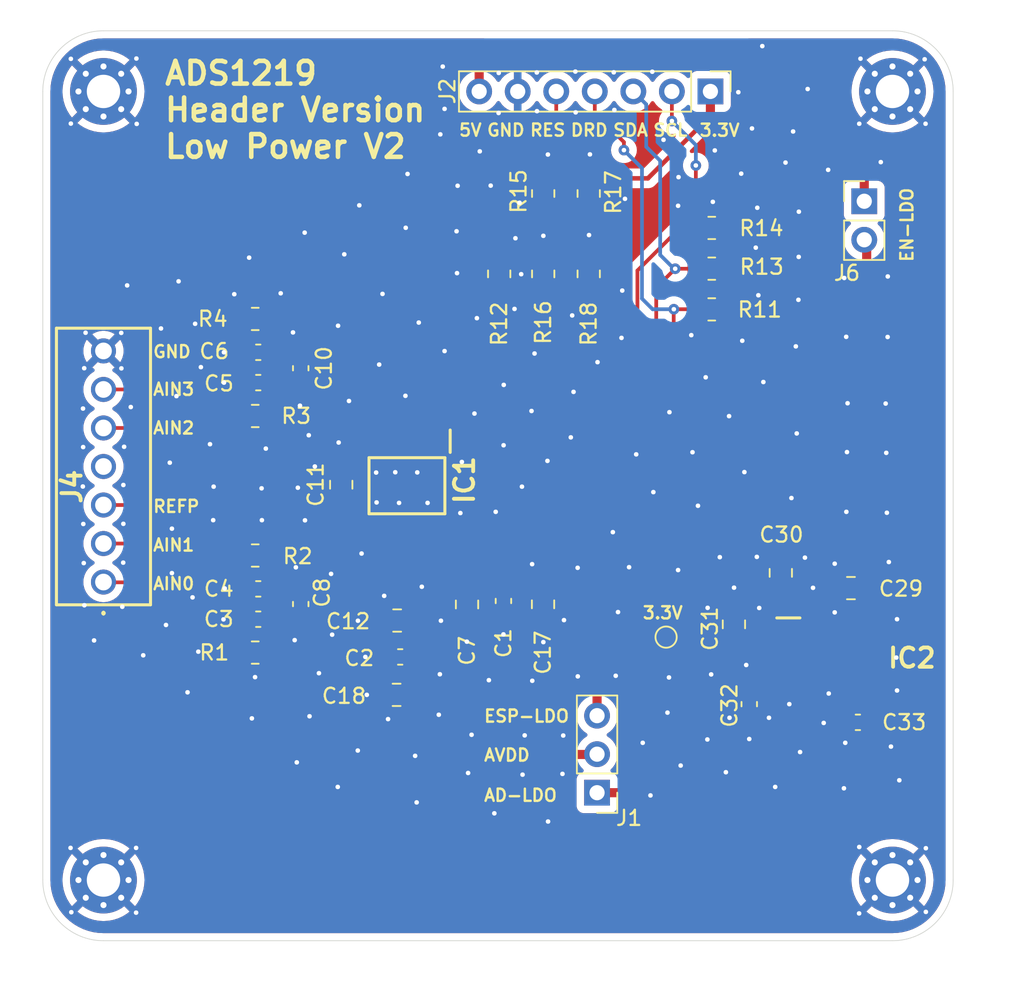
<source format=kicad_pcb>
(kicad_pcb (version 20240108) (generator "pcbnew") (generator_version "8.0")
  (layers (0 "F.Cu" signal) (1 "In1.Cu" signal) (2 "In2.Cu" signal) (31 "B.Cu" signal) (34 "B.Paste" user) (35 "F.Paste" user) (36 "B.SilkS" user "B.Silkscreen") (37 "F.SilkS" user "F.Silkscreen") (38 "B.Mask" user) (39 "F.Mask" user) (44 "Edge.Cuts" user))
  (net 0 "")
  (net 1 "/DVDD")
  (net 2 "GND")
  (net 3 "/AVDD")
  (net 4 "/AIN0")
  (net 5 "/A0")
  (net 6 "/A1")
  (net 7 "/AIN1")
  (net 8 "/AIN2")
  (net 9 "/AIN3")
  (net 10 "Net-(IC2-EN)")
  (net 11 "/REFP")
  (net 12 "+5VA")
  (net 13 "Net-(IC2-VREG)")
  (net 14 "Net-(IC2-BYP)")
  (net 15 "/RESET")
  (net 16 "/DRDY")
  (net 17 "+3.3V")
  (net 18 "Net-(IC2-REF)")
  (net 19 "/SCL")
  (net 20 "/SDA")
  (net 21 "Net-(J4-Pad2)")
  (net 22 "Net-(J4-Pad5)")
  (net 23 "Net-(J4-Pad6)")
  (net 24 "Net-(J4-Pad1)")
  (footprint "Resistor_SMD:R_0805_2012Metric_Pad1.20x1.40mm_HandSolder" (layer "F.Cu") (at 112.98 82.73 -90)
    (property "Reference" "R15")
    (property "Value" "10k")
  )
  (footprint "Capacitor_SMD:C_0805_2012Metric_Pad1.18x1.45mm_HandSolder" (layer "F.Cu") (at 128.64 107.7425 90)
    (property "Reference" "C30")
    (property "Value" "10uF, 25V")
  )
  (footprint "Resistor_SMD:R_0805_2012Metric_Pad1.20x1.40mm_HandSolder" (layer "F.Cu") (at 94 97.4 180)
    (property "Reference" "R3")
    (property "Value" "1k")
  )
  (footprint "1725708:1725708" (layer "F.Cu") (at 84 108.35 90)
    (property "Reference" "J4")
    (property "Value" "1725708" (hide yes))
  )
  (footprint "Resistor_SMD:R_0805_2012Metric_Pad1.20x1.40mm_HandSolder" (layer "F.Cu") (at 124.09 90.37 180)
    (property "Reference" "R11")
    (property "Value" "10k")
  )
  (footprint "Capacitor_SMD:C_0805_2012Metric_Pad1.18x1.45mm_HandSolder" (layer "F.Cu") (at 107.96 109.8275 -90)
    (property "Reference" "C7")
    (property "Value" "0.1uF, 10V")
  )
  (footprint "Resistor_SMD:R_0805_2012Metric_Pad1.20x1.40mm_HandSolder" (layer "F.Cu") (at 110.08 88.03 -90)
    (property "Reference" "R12")
    (property "Value" "10k")
  )
  (footprint "MountingHole:MountingHole_2.2mm_M2_Pad_Via" (layer "F.Cu") (at 136 76)
    (property "Reference" "H2" (hide yes))
    (property "Value" "MountingHole_Pad" (hide yes))
  )
  (footprint "Resistor_SMD:R_0805_2012Metric_Pad1.20x1.40mm_HandSolder" (layer "F.Cu") (at 115.98 82.73 -90)
    (property "Reference" "R17")
    (property "Value" "10k")
  )
  (footprint "Resistor_SMD:R_0805_2012Metric_Pad1.20x1.40mm_HandSolder" (layer "F.Cu") (at 112.98 88.03 90)
    (property "Reference" "R16")
    (property "Value" "10k")
  )
  (footprint "Connector_PinHeader_2.54mm:PinHeader_1x07_P2.54mm_Vertical" (layer "F.Cu") (at 124 76 -90)
    (property "Reference" "J2")
    (property "Value" "Conn_01x07")
  )
  (footprint "Capacitor_SMD:C_0603_1608Metric_Pad1.08x0.95mm_HandSolder" (layer "F.Cu") (at 97 109.8 -90)
    (property "Reference" "C8")
    (property "Value" "0.01uF, 10V")
  )
  (footprint "Capacitor_SMD:C_0603_1608Metric_Pad1.08x0.95mm_HandSolder" (layer "F.Cu") (at 94.2 95.2 180)
    (property "Reference" "C5")
    (property "Value" "0.01uF, 10V")
  )
  (footprint "Capacitor_SMD:C_0805_2012Metric_Pad1.18x1.45mm_HandSolder" (layer "F.Cu") (at 112.97 109.8175 -90)
    (property "Reference" "C17")
    (property "Value" "10uF, 25V")
  )
  (footprint "Resistor_SMD:R_0805_2012Metric_Pad1.20x1.40mm_HandSolder" (layer "F.Cu") (at 115.98 88.03 90)
    (property "Reference" "R18")
    (property "Value" "10k")
  )
  (footprint "Capacitor_SMD:C_0805_2012Metric_Pad1.18x1.45mm_HandSolder" (layer "F.Cu") (at 103.3175 115.7875 180)
    (property "Reference" "C18")
    (property "Value" "10uF, 25V")
  )
  (footprint "Resistor_SMD:R_0805_2012Metric_Pad1.20x1.40mm_HandSolder" (layer "F.Cu") (at 124.09 87.685 180)
    (property "Reference" "R13")
    (property "Value" "1k")
  )
  (footprint "Resistor_SMD:R_0805_2012Metric_Pad1.20x1.40mm_HandSolder" (layer "F.Cu") (at 124.09 85 180)
    (property "Reference" "R14")
    (property "Value" "1k")
  )
  (footprint "Capacitor_SMD:C_0603_1608Metric_Pad1.08x0.95mm_HandSolder" (layer "F.Cu") (at 94.2 108.8 180)
    (property "Reference" "C4")
    (property "Value" "0.01uF, 10V")
  )
  (footprint "Resistor_SMD:R_0805_2012Metric_Pad1.20x1.40mm_HandSolder" (layer "F.Cu") (at 94 106.6 180)
    (property "Reference" "R2")
    (property "Value" "1k")
  )
  (footprint "Capacitor_SMD:C_0603_1608Metric_Pad1.08x0.95mm_HandSolder" (layer "F.Cu") (at 110.36 109.5975 -90)
    (property "Reference" "C1")
    (property "Value" "1uF, 25V")
  )
  (footprint "Connector_PinHeader_2.54mm:PinHeader_1x02_P2.54mm_Vertical" (layer "F.Cu") (at 134.14 83.24)
    (property "Reference" "J6")
    (property "Value" "Conn_01x02")
  )
  (footprint "Capacitor_SMD:C_0603_1608Metric_Pad1.08x0.95mm_HandSolder" (layer "F.Cu") (at 94.2 93.2 180)
    (property "Reference" "C6")
    (property "Value" "0.01uF, 10V")
  )
  (footprint "Capacitor_SMD:C_0603_1608Metric_Pad1.08x0.95mm_HandSolder" (layer "F.Cu") (at 97 94.25 -90)
    (property "Reference" "C10")
    (property "Value" "0.01uF, 10V")
  )
  (footprint "Resistor_SMD:R_0805_2012Metric_Pad1.20x1.40mm_HandSolder" (layer "F.Cu") (at 94 113 180)
    (property "Reference" "R1")
    (property "Value" "1k")
  )
  (footprint "Capacitor_SMD:C_0603_1608Metric_Pad1.08x0.95mm_HandSolder" (layer "F.Cu") (at 133.72 117.6 180)
    (property "Reference" "C33")
    (property "Value" "1uF, 25V")
  )
  (footprint "Connector_PinHeader_2.54mm:PinHeader_1x03_P2.54mm_Vertical" (layer "F.Cu") (at 116.53 122.24 180)
    (property "Reference" "J1")
    (property "Value" "Conn_01x03")
  )
  (footprint "MountingHole:MountingHole_2.2mm_M2_Pad_Via" (layer "F.Cu") (at 84 76)
    (property "Reference" "H1" (hide yes))
    (property "Value" "MountingHole_Pad" (hide yes))
  )
  (footprint "Capacitor_SMD:C_0805_2012Metric_Pad1.18x1.45mm_HandSolder" (layer "F.Cu") (at 103.355 110.8875 180)
    (property "Reference" "C12")
    (property "Value" "0.1uF, 10V")
  )
  (footprint "ADM7150ARDZ-3_3-R7:SOIC127P600X175-9N" (layer "F.Cu") (at 131.8505 113.295)
    (property "Reference" "IC2")
    (property "Value" "ADM7150ARDZ-3.3-R7" (hide yes))
  )
  (footprint "Capacitor_SMD:C_0805_2012Metric_Pad1.18x1.45mm_HandSolder" (layer "F.Cu") (at 133.2625 108.75 180)
    (property "Reference" "C29")
    (property "Value" "10uF, 25V")
  )
  (footprint "TestPoint:TestPoint_Pad_D1.0mm" (layer "F.Cu") (at 121.08 111.98)
    (property "Reference" "TP1" (hide yes))
    (property "Value" "TestPoint")
  )
  (footprint "MountingHole:MountingHole_2.2mm_M2_Pad_Via" (layer "F.Cu") (at 136 128)
    (property "Reference" "H3" (hide yes))
    (property "Value" "MountingHole_Pad" (hide yes))
  )
  (footprint "Resistor_SMD:R_0805_2012Metric_Pad1.20x1.40mm_HandSolder" (layer "F.Cu") (at 94 91 180)
    (property "Reference" "R4")
    (property "Value" "1k")
  )
  (footprint "Capacitor_SMD:C_0603_1608Metric_Pad1.08x0.95mm_HandSolder" (layer "F.Cu") (at 103.555 113.2875 180)
    (property "Reference" "C2")
    (property "Value" "1uF, 25V")
  )
  (footprint "ADS1219IPW:SOP65P640X120-16N" (layer "F.Cu") (at 104 102 -90)
    (property "Reference" "IC1")
    (property "Value" "ADS1219IPW" (hide yes))
  )
  (footprint "Capacitor_SMD:C_0805_2012Metric_Pad1.18x1.45mm_HandSolder" (layer "F.Cu") (at 125.55 111.1375 90)
    (property "Reference" "C31")
    (property "Value" "10uF, 25V")
  )
  (footprint "MountingHole:MountingHole_2.2mm_M2_Pad_Via" (layer "F.Cu") (at 84 128)
    (property "Reference" "H4" (hide yes))
    (property "Value" "MountingHole_Pad" (hide yes))
  )
  (footprint "Capacitor_SMD:C_0603_1608Metric_Pad1.08x0.95mm_HandSolder" (layer "F.Cu") (at 94.2 110.8 180)
    (property "Reference" "C3")
    (property "Value" "0.01uF, 10V")
  )
  (footprint "Capacitor_SMD:C_0805_2012Metric_Pad1.18x1.45mm_HandSolder" (layer "F.Cu") (at 99.67 101.93 90)
    (property "Reference" "C11")
    (property "Value" "0.1uF, 10V")
  )
  (footprint "Capacitor_SMD:C_0603_1608Metric_Pad1.08x0.95mm_HandSolder" (layer "F.Cu") (at 126.56 116.4 -90)
    (property "Reference" "C32")
    (property "Value" "1uF, 25V")
  )
  (gr_rect (start 128.48 114.98) (end 132.96 118.72) (stroke (width 0.2)) (fill solid) (layer "F.Cu") (net 2))
  (gr_rect (start 133.91 113.985) (end 135.21 115.215) (stroke (width 0.2)) (fill solid) (layer "F.Cu") (net 18))
  (gr_rect (start 130.75 114.25) (end 132.95 116.14) (stroke (width 0.2)) (fill solid) (layer "F.Cu") (net 2))
  (gr_rect (start 130.75 111.15) (end 132.95 112.17) (stroke (width 0.2)) (fill solid) (layer "F.Cu") (net 2))
  (gr_line (start 136 132) (end 84 132) (stroke (width 0.05)) (layer "Edge.Cuts"))
  (gr_line (start 84 72) (end 136 72) (stroke (width 0.05)) (layer "Edge.Cuts"))
  (gr_arc (start 136 72) (mid 138.828427 73.171573) (end 140 76) (stroke (width 0.05)) (layer "Edge.Cuts"))
  (gr_arc (start 140 128) (mid 138.828427 130.828427) (end 136 132) (stroke (width 0.05)) (layer "Edge.Cuts"))
  (gr_line (start 140 76) (end 140 128) (stroke (width 0.05)) (layer "Edge.Cuts"))
  (gr_arc (start 84 132) (mid 81.171573 130.828427) (end 80 128) (stroke (width 0.05)) (layer "Edge.Cuts"))
  (gr_line (start 80 128) (end 80 76) (stroke (width 0.05)) (layer "Edge.Cuts"))
  (gr_arc (start 80 76) (mid 81.171573 73.171573) (end 84 72) (stroke (width 0.05)) (layer "Edge.Cuts"))
  (gr_text "ADS1219\nHeader Version\nLow Power V2" (at 87.9 80.51 0) (layer "F.SilkS") (effects (font (size 1.5 1.5) (thickness 0.3) (bold yes)) (justify left bottom)))
  (gr_text "DRD" (at 114.709999 79.02 0) (layer "F.SilkS") (effects (font (size 0.8 0.8) (thickness 0.16) (bold yes)) (justify left bottom)))
  (gr_text "AIN2" (at 87.19 98.66 0) (layer "F.SilkS") (effects (font (size 0.8 0.8) (thickness 0.16) (bold yes)) (justify left bottom)))
  (gr_text "AIN0" (at 87.19 108.93 0) (layer "F.SilkS") (effects (font (size 0.8 0.8) (thickness 0.16) (bold yes)) (justify left bottom)))
  (gr_text "GND" (at 87.19 93.63 0) (layer "F.SilkS") (effects (font (size 0.8 0.8) (thickness 0.16) (bold yes)) (justify left bottom)))
  (gr_text "AIN1" (at 87.19 106.38 0) (layer "F.SilkS") (effects (font (size 0.8 0.8) (thickness 0.16) (bold yes)) (justify left bottom)))
  (gr_text "SDA" (at 117.506189 79.02 0) (layer "F.SilkS") (effects (font (size 0.8 0.8) (thickness 0.16) (bold yes)) (justify left bottom)))
  (gr_text "5V" (at 107.35 79.02 0) (layer "F.SilkS") (effects (font (size 0.8 0.8) (thickness 0.16) (bold yes)) (justify left bottom)))
  (gr_text "AIN3" (at 87.19 96.11 0) (layer "F.SilkS") (effects (font (size 0.8 0.8) (thickness 0.16) (bold yes)) (justify left bottom)))
  (gr_text "3.3V" (at 123.21 79.03 0) (layer "F.SilkS") (effects (font (size 0.8 0.8) (thickness 0.16) (bold yes)) (justify left bottom)))
  (gr_text "EN-LDO" (at 137.42 87.32 90) (layer "F.SilkS") (effects (font (size 0.8 0.8) (thickness 0.16) (bold yes)) (justify left bottom)))
  (gr_text "REFP" (at 87.19 103.83 0) (layer "F.SilkS") (effects (font (size 0.8 0.8) (thickness 0.16) (bold yes)) (justify left bottom)))
  (gr_text "RES" (at 112.028094 79.02 0) (layer "F.SilkS") (effects (font (size 0.8 0.8) (thickness 0.16) (bold yes)) (justify left bottom)))
  (gr_text "ESP-LDO" (at 109 117.66 0) (layer "F.SilkS") (effects (font (size 0.8 0.8) (thickness 0.16) (bold yes)) (justify left bottom)))
  (gr_text "AVDD" (at 109 120.23 0) (layer "F.SilkS") (effects (font (size 0.8 0.8) (thickness 0.16) (bold yes)) (justify left bottom)))
  (gr_text "SCL" (at 120.15 79.02 0) (layer "F.SilkS") (effects (font (size 0.8 0.8) (thickness 0.16) (bold yes)) (justify left bottom)))
  (gr_text "3.3V" (at 119.46 110.85 0) (layer "F.SilkS") (effects (font (size 0.8 0.8) (thickness 0.16) (bold yes)) (justify left bottom)))
  (gr_text "GND" (at 109.193809 79.02 0) (layer "F.SilkS") (effects (font (size 0.8 0.8) (thickness 0.16) (bold yes)) (justify left bottom)))
  (gr_text "AD-LDO" (at 109 122.88 0) (layer "F.SilkS") (effects (font (size 0.8 0.8) (thickness 0.16) (bold yes)) (justify left bottom)))
  (segment (start 128.5 82.11) (end 124 77.61) (width 0.6) (layer "F.Cu") (net 1))
  (segment (start 113.67 107.88) (end 113.67 107.25) (width 0.6) (layer "F.Cu") (net 1))
  (segment (start 116.53 109.94) (end 116.53 117.16) (width 0.6) (layer "F.Cu") (net 1))
  (segment (start 125.09 85) (end 125.09 87.685) (width 0.245) (layer "F.Cu") (net 1))
  (segment (start 125.09 90.37) (end 125.09 87.685) (width 0.245) (layer "F.Cu") (net 1))
  (segment (start 110.08 83.23) (end 110.08 87.03) (width 0.3) (layer "F.Cu") (net 1))
  (segment (start 112.76 108.79) (end 113.67 107.88) (width 0.6) (layer "F.Cu") (net 1))
  (segment (start 107.98 108.77) (end 112.74 108.77) (width 0.6) (layer "F.Cu") (net 1))
  (segment (start 108.45875 108.8625) (end 108.37625 108.78) (width 0.4) (layer "F.Cu") (net 1))
  (segment (start 115.38 108.79) (end 116.53 109.94) (width 0.6) (layer "F.Cu") (net 1))
  (segment (start 112.98 81.73) (end 115.98 81.73) (width 0.3) (layer "F.Cu") (net 1))
  (segment (start 124 77.61) (end 119.88 81.73) (width 0.3) (layer "F.Cu") (net 1))
  (segment (start 111.58 81.73) (end 110.08 83.23) (width 0.3) (layer "F.Cu") (net 1))
  (segment (start 128.5 92.42) (end 128.5 85.1) (width 0.6) (layer "F.Cu") (net 1))
  (segment (start 112.76 108.79) (end 115.38 108.79) (width 0.6) (layer "F.Cu") (net 1))
  (segment (start 128.5 85.1) (end 128.5 82.11) (width 0.6) (layer "F.Cu") (net 1))
  (segment (start 104.325 106.225) (end 104.325 104.938) (width 0.4) (layer "F.Cu") (net 1))
  (segment (start 106.89 108.79) (end 104.325 106.225) (width 0.4) (layer "F.Cu") (net 1))
  (segment (start 113.595 108.715) (end 113.52 108.79) (width 0.4) (layer "F.Cu") (net 1))
  (segment (start 112.74 108.77) (end 112.76 108.79) (width 0.6) (layer "F.Cu") (net 1))
  (segment (start 112.98 81.73) (end 111.58 81.73) (width 0.3) (layer "F.Cu") (net 1))
  (segment (start 113.67 107.25) (end 128.5 92.42) (width 0.6) (layer "F.Cu") (net 1))
  (segment (start 124 76) (end 124 77.61) (width 0.6) (layer "F.Cu") (net 1))
  (segment (start 125.09 85) (end 128.4 85) (width 0.245) (layer "F.Cu") (net 1))
  (segment (start 107.96 108.79) (end 107.98 108.77) (width 0.6) (layer "F.Cu") (net 1))
  (segment (start 128.4 85) (end 128.5 85.1) (width 0.245) (layer "F.Cu") (net 1))
  (segment (start 119.88 81.73) (end 115.98 81.73) (width 0.3) (layer "F.Cu") (net 1))
  (segment (start 107.96 108.79) (end 106.89 108.79) (width 0.4) (layer "F.Cu") (net 1))
  (segment (start 113.52 108.79) (end 112.76 108.79) (width 0.4) (layer "F.Cu") (net 1))
  (segment (start 103.675 100.665) (end 103.675 99.062) (width 0.4) (layer "F.Cu") (net 2))
  (segment (start 104.325 100.765) (end 104.325 99.062) (width 0.4) (layer "F.Cu") (net 2))
  (segment (start 104.68 101.12) (end 104.325 100.765) (width 0.4) (layer "F.Cu") (net 2))
  (segment (start 101.725 99.062) (end 100.478 99.062) (width 0.4) (layer "F.Cu") (net 2))
  (segment (start 131.8 113.3455) (end 131.8505 113.295) (width 0.245) (layer "F.Cu") (net 2))
  (segment (start 99.67 99.87) (end 99.67 100.8925) (width 0.4) (layer "F.Cu") (net 2))
  (segment (start 131.8 113.2445) (end 131.8505 113.295) (width 0.245) (layer "F.Cu") (net 2))
  (segment (start 103.23 101.11) (end 103.675 100.665) (width 0.4) (layer "F.Cu") (net 2))
  (segment (start 100.478 99.062) (end 99.67 99.87) (width 0.4) (layer "F.Cu") (net 2))
  (via (at 104.68 101.12) (size 0.7) (drill 0.3) (layers "F.Cu" "B.Cu") (net 2))
  (via (at 116.56 93.85) (size 0.7) (drill 0.3) (layers "F.Cu" "B.Cu") (net 2))
  (via (at 136.45 121.42) (size 0.7) (drill 0.3) (layers "F.Cu" "B.Cu") (net 2))
  (via (at 135.55 96.58) (size 0.7) (drill 0.3) (layers "F.Cu" "B.Cu") (net 2))
  (via (at 100.86 83.51) (size 0.7) (drill 0.3) (layers "F.Cu" "B.Cu") (net 2))
  (via (at 81.83 125.88) (size 0.7) (drill 0.3) (layers "F.Cu" "B.Cu") (net 2))
  (via (at 107.34 82.22) (size 0.7) (drill 0.3) (layers "F.Cu" "B.Cu") (net 2))
  (via (at 115.25 107.41) (size 0.7) (drill 0.3) (layers "F.Cu" "B.Cu") (net 2))
  (via (at 135.63 103.78) (size 0.7) (drill 0.3) (layers "F.Cu" "B.Cu") (net 2))
  (via (at 127.16 89.44) (size 0.7) (drill 0.3) (layers "F.Cu" "B.Cu") (net 2))
  (via (at 89.87 109.36) (size 0.7) (drill 0.3) (layers "F.Cu" "B.Cu") (net 2))
  (via (at 112.25 107.17) (size 0.7) (drill 0.3) (layers "F.Cu" "B.Cu") (net 2))
  (via (at 132.8875 118.95) (size 0.7) (drill 0.3) (layers "F.Cu" "B.Cu") (net 2))
  (via (at 117.67 77.22) (size 0.7) (drill 0.3) (layers "F.Cu" "B.Cu") (net 2))
  (via (at 88.51 107.76) (size 0.7) (drill 0.3) (layers "F.Cu" "B.Cu") (net 2))
  (via (at 113.3 124.14) (size 0.7) (drill 0.3) (layers "F.Cu" "B.Cu") (net 2))
  (via (at 131.76 81.17) (size 0.7) (drill 0.3) (layers "F.Cu" "B.Cu") (net 2))
  (via (at 109.76 123.6) (size 0.7) (drill 0.3) (layers "F.Cu" "B.Cu") (net 2))
  (via (at 91.26 102.06) (size 0.7) (drill 0.3) (layers "F.Cu" "B.Cu") (net 2))
  (via (at 135.59 99.83) (size 0.7) (drill 0.3) (layers "F.Cu" "B.Cu") (net 2))
  (via (at 99.07 111.82) (size 0.7) (drill 0.3) (layers "F.Cu" "B.Cu") (net 2))
  (via (at 90.25 112.94) (size 0.7) (drill 0.3) (layers "F.Cu" "B.Cu") (net 2))
  (via (at 82.65 96.91) (size 0.7) (drill 0.3) (layers "F.Cu" "B.Cu") (net 2))
  (via (at 91.94 93.2) (size 0.7) (drill 0.3) (layers "F.Cu" "B.Cu") (net 2))
  (via (at 120.91 79.19) (size 0.7) (drill 0.3) (layers "F.Cu" "B.Cu") (net 2))
  (via (at 126.03 81.42) (size 0.7) (drill 0.3) (layers "F.Cu" "B.Cu") (net 2))
  (via (at 88.51 104.83) (size 0.7) (drill 0.3) (layers "F.Cu" "B.Cu") (net 2))
  (via (at 133.81 78.13) (size 0.7) (drill 0.3) (layers "F.Cu" "B.Cu") (net 2))
  (via (at 82.64 102.05) (size 0.7) (drill 0.3) (layers "F.Cu" "B.Cu") (net 2))
  (via (at 96.95 96.72) (size 0.7) (drill 0.3) (layers "F.Cu" "B.Cu") (net 2))
  (via (at 116 85.47) (size 0.7) (drill 0.3) (layers "F.Cu" "B.Cu") (net 2))
  (via (at 97.53 98.67) (size 0.7) (drill 0.3) (layers "F.Cu" "B.Cu") (net 2))
  (via (at 135.69 88.2) (size 0.7) (drill 0.3) (layers "F.Cu" "B.Cu") (net 2))
  (via (at 91.99 108.77) (size 0.7) (drill 0.3) (layers "F.Cu" "B.Cu") (net 2))
  (via (at 126.1 92.44) (size 0.7) (drill 0.3) (layers "F.Cu" "B.Cu") (net 2))
  (via (at 103.92 84.99) (size 0.7) (drill 0.3) (layers "F.Cu" "B.Cu") (net 2))
  (via (at 104.64 122.88) (size 0.7) (drill 0.3) (layers "F.Cu" "B.Cu") (net 2))
  (via (at 97.93 100.73) (size 0.7) (drill 0.3) (layers "F.Cu" "B.Cu") (net 2))
  (via (at 129.2 116.4) (size 0.7) (drill 0.3) (layers "F.Cu" "B.Cu") (net 2))
  (via (at 114.89 90.77) (size 0.7) (drill 0.3) (layers "F.Cu" "B.Cu") (net 2))
  (via (at 111.42 83.34) (size 0.7) (drill 0.3) (layers "F.Cu" "B.Cu") (net 2))
  (via (at 129.69 98.55) (size 0.7) (drill 0.3) (layers "F.Cu" "B.Cu") (net 2))
  (via (at 99.46 91.45) (size 0.7) (drill 0.3) (layers "F.Cu" "B.Cu") (net 2))
  (via (at 133.81 125.82) (size 0.7) (drill 0.3) (layers "F.Cu" "B.Cu") (net 2))
  (via (at 100.18 96.41) (size 0.7) (drill 0.3) (layers "F.Cu" "B.Cu") (net 2))
  (via (at 132.1925 110.35) (size 0.7) (drill 0.3) (layers "F.Cu" "B.Cu") (net 2))
  (via (at 110.36 111.8) (size 0.7) (drill 0.3) (layers "F.Cu" "B.Cu") (net 2))
  (via (at 129.63 92.81) (size 0.7) (drill 0.3) (layers "F.Cu" "B.Cu") (net 2))
  (via (at 102.5 109.26) (size 0.7) (drill 0.3) (layers "F.Cu" "B.Cu") (net 2))
  (via (at 106.24 110.9) (size 0.7) (drill 0.3) (layers "F.Cu" "B.Cu") (net 2))
  (via (at 114.3 118.47) (size 0.7) (drill 0.3) (layers "F.Cu" "B.Cu") (net 2))
  (via (at 121.87 107.56) (size 0.7) (drill 0.3) (layers "F.Cu" "B.Cu") (net 2))
  (via (at 97.26 85.31) (size 0.7) (drill 0.3) (layers "F.Cu" "B.Cu") (net 2))
  (via (at 102 103.1) (size 0.7) (drill 0.3) (layers "F.Cu" "B.Cu") (net 2))
  (via (at 99 107.81) (size 0.7) (drill 0.3) (layers "F.Cu" "B.Cu") (net 2))
  (via (at 124.16 83.28) (size 0.7) (drill 0.3) (layers "F.Cu" "B.Cu") (net 2))
  (via (at 102.17 94.01) (size 0.7) (drill 0.3) (layers "F.Cu" "B.Cu") (net 2))
  (via (at 85.18 94.26) (size 0.7) (drill 0.3) (layers "F.Cu" "B.Cu") (net 2))
  (via (at 126.56 118.7) (size 0.7) (drill 0.3) (layers "F.Cu" "B.Cu") (net 2))
  (via (at 109.52 82.21) (size 0.7) (drill 0.3) (layers "F.Cu" "B.Cu") (net 2))
  (via (at 106.36 74.36) (size 0.7) (drill 0.3) (layers "F.Cu" "B.Cu") (net 2))
  (via (at 89.54 115.62) (size 0.7) (drill 0.3) (layers "F.Cu" "B.Cu") (net 2))
  (via (at 111.15 85.68) (size 0.7) (drill 0.3) (layers "F.Cu" "B.Cu") (net 2))
  (via (at 132.82 88.3) (size 0.7) (drill 0.3) (layers "F.Cu" "B.Cu") (net 2))
  (via (at 88.37 100.48) (size 0.7) (drill 0.3) (layers "F.Cu" "B.Cu") (net 2))
  (via (at 118.37 83.08) (size 0.7) (drill 0.3) (layers "F.Cu" "B.Cu") (net 2))
  (via (at 85.3 107.07) (size 0.7) (drill 0.3) (layers "F.Cu" "B.Cu") (net 2))
  (via (at 85.17 91.92) (size 0.7) (drill 0.3) (layers "F.Cu" "B.Cu") (net 2))
  (via (at 120.05 122.42) (size 0.7) (drill 0.3) (layers "F.Cu" "B.Cu") (net 2))
  (via (at 118.14 92.25) (size 0.7) (drill 0.3) (layers "F.Cu" "B.Cu") (net 2))
  (via (at 119.11 99.93) (size 0.7) (drill 0.3) (layers "F.Cu" "B.Cu") (net 2))
  (via (at 93.78 117.34) (size 0.7) (drill 0.3) (layers "F.Cu" "B.Cu") (net 2))
  (via (at 114.98 95.81) (size 0.7) (drill 0.3) (layers "F.Cu" "B.Cu") (net 2))
  (via (at 85.8 96.81) (size 0.7) (drill 0.3) (layers "F.Cu" "B.Cu") (net 2))
  (via (at 125.02 120.89) (size 0.7) (drill 0.3) (layers "F.Cu" "B.Cu") (net 2))
  (via (at 117.57 105.06) (size 0.7) (drill 0.3) (layers "F.Cu" "B.Cu") (net 2))
  (via (at 123.8175 110.05) (size 0.7) (drill 0.3) (layers "F.Cu" "B.Cu") (net 2))
  (via (at 129.91 119.56) (size 0.7) (drill 0.3) (layers "F.Cu" "B.Cu") (net 2))
  (via (at 135.76 107.03) (size 0.7) (drill 0.3) (layers "F.Cu" "B.Cu") (net 2))
  (via (at 114.25 121) (size 0.7) (drill 0.3) (layers "F.Cu" "B.Cu") (net 2))
  (via (at 129.83 83.93) (size 0.7) (drill 0.3) (layers "F.Cu" "B.Cu") (net 2))
  (via (at 110.05 74.78) (size 0.7) (drill 0.3) (layers "F.Cu" "B.Cu") (net 2))
  (via (at 112.21 97.07) (size 0.7) (drill 0.3) (layers "F.Cu" "B.Cu") (net 2))
  (via (at 106.17 114.43) (size 0.7) (drill 0.3) (layers "F.Cu" "B.Cu") (net 2))
  (via (at 94.44 104.27) (size 0.7) (drill 0.3) (layers "F.Cu" "B.Cu") (net 2))
  (via (at 85.31 101.95) (size 0.7) (drill 0.3) (layers "F.Cu" "B.Cu") (net 2))
  (via (at 96.74 120.24) (size 0.7) (drill 0.3) (layers "F.Cu" "B.Cu") (net 2))
  (via (at 104.78 91.24) (size 0.7) (drill 0.3) (layers "F.Cu" "B.Cu") (net 2))
  (via (at 94.42 102.17) (size 0.7) (drill 0.3) (layers "F.Cu" "B.Cu") (net 2))
  (via (at 112.99 112.31) (size 0.7) (drill 0.3) (layers "F.Cu" "B.Cu") (net 2))
  (via (at 132.1925 107.14) (size 0.7) (drill 0.3) (layers "F.Cu" "B.Cu") (net 2))
  (via (at 112.56 74.75) (size 0.7) (drill 0.3) (layers "F.Cu" "B.Cu") (net 2))
  (via (at 129.82 86.91) (size 0.7) (drill 0.3) (layers "F.Cu" "B.Cu") (net 2))
  (via (at 136.3 110.8) (size 0.7) (drill 0.3) (layers "F.Cu" "B.Cu") (net 2))
  (via (at 106.1 117.1) (size 0.7) (drill 0.3) (layers "F.Cu" "B.Cu") (net 2))
  (via (at 85.36 99.43) (size 0.7) (drill 0.3) (layers "F.Cu" "B.Cu") (net 2))
  (via (at 127.49 95.16) (size 0.7) (drill 0.3) (layers "F.Cu" "B.Cu") (net 2))
  (via (at 108.8 79.95) (size 0.7) (drill 0.3) (layers "F.Cu" "B.Cu") (net 2))
  (via (at 104.98 108.66) (size 0.7) (drill 0.3) (layers "F.Cu" "B.Cu") (net 2))
  (via (at 122.74 92.07) (size 0.7) (drill 0.3) (layers "F.Cu" "B.Cu") (net 2))
  (via (at 120.17 74.7) (size 0.7) (drill 0.3) (layers "F.Cu" "B.Cu") (net 2))
  (via (at 85.24 109.98) (size 0.7) (drill 0.3) (layers "F.Cu" "B.Cu") (net 2))
  (via (at 122.82 99.79) (size 0.7) (drill 0.3) (layers "F.Cu" "B.Cu") (net 2))
  (via (at 102.39 89.35) (size 0.7) (drill 0.3) (layers "F.Cu" "B.Cu") (net 2))
  (via (at 127.42 73.01) (size 0.7) (drill 0.3) (layers "F.Cu" "B.Cu") (net 2))
  (via (at 112.41 93.28) (size 0.7) (drill 0.3) (layers "F.Cu" "B.Cu") (net 2))
  (via (at 110.37 99.33) (size 0.7) (drill 0.3) (layers "F.Cu" "B.Cu") (net 2))
  (via (at 112.57 77.3) (size 0.7) (drill 0.3) (layers "F.Cu" "B.Cu") (net 2))
  (via (at 129.34 102.81) (size 0.7) (drill 0.3) (layers "F.Cu" "B.Cu") (net 2))
  (via (at 111.09 90.34) (size 0.7) (drill 0.3) (layers "F.Cu" "B.Cu") (net 2))
  (via (at 98.2 114.36) (size 0.7) (drill 0.3) (layers "F.Cu" "B.Cu") (net 2))
  (via (at 107.95 112.28) (size 0.7) (drill 0.3) (layers "F.Cu" "B.Cu") (net 2))
  (via (at 110.04 77.42) (size 0.7) (drill 0.3) (layers "F.Cu" "B.Cu") (net 2))
  (via (at 132.8 121.95) (size 0.7) (drill 0.3) (layers "F.Cu" "B.Cu") (net 2))
  (via (at 107.3 87.98) (size 0.7) (drill 0.3) (layers "F.Cu" "B.Cu") (net 2))
  (via (at 106.48 77.15) (size 0.7) (drill 0.3) (layers "F.Cu" "B.Cu") (net 2))
  (via (at 127.09 83.67) (size 0.7) (drill 0.3) (layers "F.Cu" "B.Cu") (net 2))
  (via (at 123.18 103.32) (size 0.7) (drill 0.3) (layers "F.Cu" "B.Cu") (net 2))
  (via (at 111.62 121.05) (size 0.7) (drill 0.3) (layers "F.Cu" "B.Cu") (net 2))
  (via (at 82.74 109.88) (size 0.7) (drill 0.3) (layers "F.Cu" "B.Cu") (net 2))
  (via (at 126.99 86.3) (size 0.7) (drill 0.3) (layers "F.Cu" "B.Cu") (net 2))
  (via (at 124.62 106.71) (size 0.7) (drill 0.3) (layers "F.Cu" "B.Cu") (net 2))
  (via (at 108.26 118.42) (size 0.7) (drill 0.3) (layers "F.Cu" "B.Cu") (net 2))
  (via (at 114.8 98.81) (size 0.7) (drill 0.3) (layers "F.Cu" "B.Cu") (net 2))
  (via (at 125.26 117.3) (size 0.7) (drill 0.3) (layers "F.Cu" "B.Cu") (net 2))
  (via (at 115.1 74.69) (size 0.7) (drill 0.3) (layers "F.Cu" "B.Cu") (net 2))
  (via (at 91.23 104.27) (size 0.7) (drill 0.3) (layers "F.Cu" "B.Cu") (net 2))
  (via (at 96.68 107.38) (size 0.7) (drill 0.3) (layers "F.Cu" "B.Cu") (net 2))
  (via (at 85.56 88.79) (size 0.7) (drill 0.3) (layers "F.Cu" "B.Cu") (net 2))
  (via (at 86.17 73.83) (size 0.7) (drill 0.3) (layers "F.Cu" "B.Cu") (net 2))
  (via (at 82.66 99.45) (size 0.7) (drill 0.3) (layers "F.Cu" "B.Cu") (net 2))
  (via (at 96.81 102.13) (size 0.7) (drill 0.3) (layers "F.Cu" "B.Cu") (net 2))
  (via (at 108.61 90.95) (size 0.7) (drill 0.3) (layers "F.Cu" "B.Cu") (net 2))
  (via (at 83.38 112.2) (size 0.7) (drill 0.3) (layers "F.Cu" "B.Cu") (net 2))
  (via (at 125.23 97.41) (size 0.7) (drill 0.3) (layers "F.Cu" "B.Cu") (net 2))
  (via (at 117.91 110.33) (size 0.7) (drill 0.3) (layers "F.Cu" "B.Cu") (net 2))
  (via (at 108.45 97.24) (size 0.7) (drill 0.3) (layers "F.Cu" "B.Cu") (net 2))
  (via (at 111.76 118.46) (size 0.7) (drill 0.3) (layers "F.Cu" "B.Cu") (net 2))
  (via (at 117.63 74.74) (size 0.7) (drill 0.3) (layers "F.Cu" "B.Cu") (net 2))
  (via (at 94.7 99.55) (size 0.7) (drill 0.3) (layers "F.Cu" "B.Cu") (net 2))
  (via (at 88.12 111.18) (size 0.7) (drill 0.3) (layers "F.Cu" "B.Cu") (net 2))
  (via (at 129.45 78.64) (size 0.7) (drill 0.3) (layers "F.Cu" "B.Cu") (net 2))
  (via (at 122.04 120.45) (size 0.7) (drill 0.3) (layers "F.Cu" "B.Cu") (net 2))
  (via (at 138.18 78.13) (size 0.7) (drill 0.3) (layers "F.Cu" "B.Cu") (net 2))
  (via (at 99.5 99.15) (size 0.7) (drill 0.3) (layers "F.Cu" "B.Cu") (net 2))
  (via (at 114.35 110.86) (size 0.7) (drill 0.3) (layers "F.Cu" "B.Cu") (net 2))
  (via (at 103.9 96.07) (size 0.7) (drill 0.3) (layers "F.Cu" "B.Cu") (net 2))
  (via (at 101.26 113.2875) (size 0.7) (drill 0.3) (layers "F.Cu" "B.Cu") (net 2))
  (via (at 107.27 85.22) (size 0.7) (drill 0.3) (layers "F.Cu" "B.Cu") (net 2))
  (via (at 123.69 94.85) (size 0.7) (drill 0.3) (layers "F.Cu" "B.Cu") (net 2))
  (via (at 103.48 103.13) (size 0.7) (drill 0.3) (layers "F.Cu" "B.Cu") (net 2))
  (via (at 85.31 104.51) (size 0.7) (drill 0.3) (layers "F.Cu" "B.Cu") (net 2))
  (via (at 106.2 78.83) (size 0.7) (drill 0.3) (layers "F.Cu" "B.Cu") (net 2))
  (via (at 130.7625 108.73) (size 0.7) (drill 0.3) (layers "F.Cu" "B.Cu") (net 2))
  (via (at 92.62 89.37) (size 0.7) (drill 0.3) (layers "F.Cu" "B.Cu") (net 2))
  (via (at 91.94 95.2) (size 0.7) (drill 0.3) (layers "F.Cu" "B.Cu") (net 2))
  (via (at 99.87 86.74) (size 0.7) (drill 0.3) (layers "F.Cu" "B.Cu") (net 2))
  (via (at 135.68 92.19) (size 0.7) (drill 0.3) (layers "F.Cu" "B.Cu") (net 2))
  (via (at 133.89 73.84) (size 0.7) (drill 0.3) (layers "F.Cu" "B.Cu") (net 2))
  (via (at 87.79 91.63) (size 0.7) (drill 0.3) (layers "F.Cu" "B.Cu") (net 2))
  (via (at 91.02 99.26) (size 0.7) (drill 0.3) (layers "F.Cu" "B.Cu") (net 2))
  (via (at 82.82 91.91) (size 0.7) (drill 0.3) (layers "F.Cu" "B.Cu") (net 2))
  (via (at 97.28 104.28) (size 0.7) (drill 0.3) (layers "F.Cu" "B.Cu") (net 2))
  (via (at 126.24 101.1) (size 0.7) (drill 0.3) (layers "F.Cu" "B.Cu") (net 2))
  (via (at 101.355 115.7875) (size 0.7) (drill 0.3) (layers "F.Cu" "B.Cu") (net 2))
  (via (at 93.99 114.62) (size 0.7) (drill 0.3) (layers "F.Cu" "B.Cu") (net 2))
  (via (at 132.95 92.18) (size 0.7) (drill 0.3) (layers "F.Cu" "B.Cu") (net 2))
  (via (at 109.85 103.72) (size 0.7) (drill 0.3) (layers "F.Cu" "B.Cu") (net 2))
  (via (at 110.38 95.35) (size 0.7) (drill 0.3) (layers "F.Cu" "B.Cu") (net 2))
  (via (at 86.15 130.15) (size 0.7) (drill 0.3) (layers "F.Cu" "B.Cu") (net 2))
  (via (at 86.15 125.88) (size 0.7) (drill 0.3) (layers "F.Cu" "B.Cu") (net 2))
  (via (at 88.81 96.09) (size 0.7) (drill 0.3) (layers "F.Cu" "B.Cu") (net 2))
  (via (at 115.26 114.57) (size 0.7) (drill 0.3) (layers "F.Cu" "B.Cu") (net 2))
  (via (at 135.9 119.2) (size 0.7) (drill 0.3) (layers "F.Cu" "B.Cu") (net 2))
  (via (at 127.06 106.69) (size 0.7) (drill 0.3) (layers "F.Cu" "B.Cu") (net 2))
  (via (at 102.755 117.3875) (size 0.7) (drill 0.3) (layers "F.Cu" "B.Cu") (net 2))
  (via (at 132.96 103.72) (size 0.7) (drill 0.3) (layers "F.Cu" "B.Cu") (net 2))
  (via (at 117.76 114.53) (size 0.7) (drill 0.3) (layers "F.Cu" "B.Cu") (net 2))
  (via (at 136.3 115.5) (size 0.7) (drill 0.3) (layers "F.Cu" "B.Cu") (net 2))
  (via (at 90.04 91.32) (size 0.7) (drill 0.3) (layers "F.Cu" "B.Cu") (net 2))
  (via (at 82.67 104.52) (size 0.7) (drill 0.3) (layers "F.Cu" "B.Cu") (net 2))
  (via (at 103.23 101.11) (size 0.7) (drill 0.3) (layers "F.Cu" "B.Cu") (net 2))
  (via (at 138.12 73.88) (size 0.7) (drill 0.3) (layers "F.Cu" "B.Cu") (net 2))
  (via (at 99.44 121.86) (size 0.7) (drill 0.3) (layers "F.Cu" "B.Cu") (net 2))
  (via (at 133.04 96.56) (size 0.7) (drill 0.3) (layers "F.Cu" "B.Cu") (net 2))
  (via (at 108.03 120.94) (size 0.7) (drill 0.3) (layers "F.Cu" "B.Cu") (net 2))
  (via (at 135.23 80.66) (size 0.7) (drill 0.3) (layers "F.Cu" "B.Cu") (net 2))
  (via (at 107.62 100.43) (size 0.7) (drill 0.3) (layers "F.Cu" "B.Cu") (net 2))
  (via (at 91.91 110.81) (size 0.7) (drill 0.3) (layers "F.Cu" "B.Cu") (net 2))
  (via (at 131.8 115.7) (size 0.7) (drill 0.3) (layers "F.Cu" "B.Cu") (net 2))
  (via (at 127.2175 110.06) (size 0.7) (drill 0.3) (layers "F.Cu" "B.Cu") (net 2))
  (via (at 109.4 114.82) (size 0.7) (drill 0.3) (layers "F.Cu" "B.Cu") (net 2))
  (via (at 121.9 81.65) (size 0.7) (drill 0.3) (layers "F.Cu" "B.Cu") (net 2))
  (via (at 111.58 102.06) (size 0.7) (drill 0.3) (layers "F.Cu" "B.Cu") (net 2))
  (via (at 125.5575 108.72) (size 0.7) (drill 0.3) (layers "F.Cu" "B.Cu") (net 2))
  (via (at 96.6 112.18) (size 0.7) (drill 0.3) (layers "F.Cu" "B.Cu") (net 2))
  (via (at 100.76 119.46) (size 0.7) (drill 0.3) (layers "F.Cu" "B.Cu") (net 2))
  (via (at 136.25 113.33) (size 0.7) (drill 0.3) (layers "F.Cu" "B.Cu") (net 2))
  (via (at 100.77 110.9) (size 0.7) (drill 0.3) (layers "F.Cu" "B.Cu") (net 2))
  (via (at 115.12 77.38) (size 0.7) (drill 0.3) (layers "F.Cu" "B.Cu") (net 2))
  (via (at 95.68 89.31) (size 0.7) (drill 0.3) (layers "F.Cu" "B.Cu") (net 2))
  (via (at 90.42 94.18) (size 0.7) (drill 0.3) (layers "F.Cu" "B.Cu") (net 2))
  (via (at 131.4675 117.64) (size 0.7) (drill 0.3) (layers "F.Cu" "B.Cu") (net 2))
  (via (at 119.54 118.95) (size 0.7) (drill 0.3) (layers "F.Cu" "B.Cu") (net 2))
  (via (at 88.95 88.52) (size 0.7) (drill 0.3) (layers "F.Cu" "B.Cu") (net 2))
  (via (at 128.27 121.86) (size 0.7) (drill 0.3) (layers "F.Cu" "B.Cu") (net 2))
  (via (at 86.19 78.14) (size 0.7) (drill 0.3) (layers "F.Cu" "B.Cu") (net 2))
  (via (at 133.8 130.2) (size 0.7) (drill 0.3) (layers "F.Cu" "B.Cu") (net 2))
  (via (at 113.29 80.16) (size 0.7) (drill 0.3) (layers "F.Cu" "B.Cu") (net 2))
  (via (at 105.36 103.13) (size 0.7) (drill 0.3) (layers "F.Cu" "B.Cu") (net 2))
  (via (at 118.19 89.13) (size 0.7) (drill 0.3) (layers "F.Cu" "B.Cu") (net 2))
  (via (at 81.85 78.12) (size 0.7) (drill 0.3) (layers "F.Cu" "B.Cu") (net 2))
  (via (at 130.41 75.84) (size 0.7) (drill 0.3) (layers "F.Cu" "B.Cu") (net 2))
  (via (at 125.84 76.05) (size 0.7) (drill 0.3) (layers "F.Cu" "B.Cu") (net 2))
  (via (at 130.23 106.74) (size 0.7) (drill 0.3) (layers "F.Cu" "B.Cu") (net 2))
  (via (at 101.97 101.13) (size 0.7) (drill 0.3) (layers "F.Cu" "B.Cu") (net 2))
  (via (at 121.17 116.96) (size 0.7) (drill 0.3) (layers "F.Cu" "B.Cu") (net 2))
  (via (at 129.8 89.74) (size 0.7) (drill 0.3) (layers "F.Cu" "B.Cu") (net 2))
  (via (at 106.48 93.12) (size 0.7) (drill 0.3) (layers "F.Cu" "B.Cu") (net 2))
  (via (at 123.8 118.73) (size 0.7) (drill 0.3) (layers "F.Cu" "B.Cu") (net 2))
  (via (at 124.05 114.44) (size 0.7) (drill 0.3) (layers "F.Cu" "B.Cu") (net 2))
  (via (at 127.86 117.3) (size 0.7) (drill 0.3) (layers "F.Cu" "B.Cu") (net 2))
  (via (at 126.36 113.82) (size 0.7) (drill 0.3) (layers "F.Cu" "B.Cu") (net 2))
  (via (at 120.24 102.42) (size 0.7) (drill 0.3) (layers "F.Cu" "B.Cu") (net 2))
  (via (at 113.26 100.36) (size 0.7) (drill 0.3) (layers "F.Cu" "B.Cu") (net 2))
  (via (at 107.52 103.8) (size 0.7) (drill 0.3) (layers "F.Cu" "B.Cu") (net 2))
  (via (at 101.01 106.47) (size 0.7) (drill 0.3) (layers "F.Cu" "B.Cu") (net 2))
  (via (at 138.2 130.1) (size 0.7) (drill 0.3) (layers "F.Cu" "B.Cu") (net 2))
  (via (at 81.85 73.85) (size 0.7) (drill 0.3) (layers "F.Cu" "B.Cu") (net 2))
  (via (at 97.58 117.2) (size 0.7) (drill 0.3) (layers "F.Cu" "B.Cu") (net 2))
  (via (at 121.87 83.54) (size 0.7) (drill 0.3) (layers "F.Cu" "B.Cu") (net 2))
  (via (at 93.6 86.96) (size 0.7) (drill 0.3) (layers "F.Cu" "B.Cu") (net 2))
  (via (at 121.3 97.15) (size 0.7) (drill 0.3) (layers "F.Cu" "B.Cu") (net 2))
  (via (at 128.95 80.69) (size 0.7) (drill 0.3) (layers "F.Cu" "B.Cu") (net 2))
  (via (at 96.49 91.89) (size 0.7) (drill 0.3) (layers "F.Cu" "B.Cu") (net 2))
  (via (at 138.2 125.9) (size 0.7) (drill 0.3) (layers "F.Cu" "B.Cu") (net 2))
  (via (at 126.74 78.44) (size 0.7) (drill 0.3) (layers "F.Cu" "B.Cu") (net 2))
  (via (at 116.06 80.15) (size 0.7) (drill 0.3) (layers "F.Cu" "B.Cu") (net 2))
  (via (at 81.88 130.12) (size 0.7) (drill 0.3) (layers "F.Cu" "B.Cu") (net 2))
  (via (at 112.26 114.86) (size 0.7) (drill 0.3) (layers "F.Cu" "B.Cu") (net 2))
  (via (at 133 99.78) (size 0.7) (drill 0.3) (layers "F.Cu" "B.Cu") (net 2))
  (via (at 82.7 107.1) (size 0.7) (drill 0.3) (layers "F.Cu" "B.Cu") (net 2))
  (via (at 104.54 119.81) (size 0.7) (drill 0.3) (layers "F.Cu" "B.Cu") (net 2))
  (via (at 82.73 94.25) (size 0.7) (drill 0.3) (layers "F.Cu" "B.Cu") (net 2))
  (via (at 86.62 113.18) (size 0.7) (drill 0.3) (layers "F.Cu" "B.Cu") (net 2))
  (via (at 104.04 81.44) (size 0.7) (drill 0.3) (layers "F.Cu" "B.Cu") (net 2))
  (via (at 124.29 79.89) (size 0.7) (drill 0.3) (layers "F.Cu" "B.Cu") (net 2))
  (via (at 118.64 107.37) (size 0.7) (drill 0.3) (layers "F.Cu" "B.Cu") (net 2))
  (via (at 112.99 85.52) (size 0.7) (drill 0.3) (layers "F.Cu" "B.Cu") (net 2))
  (via (at 111.53 88.05) (size 0.7) (drill 0.3) (layers "F.Cu" "B.Cu") (net 2))
  (via (at 121.27 114.64) (size 0.7) (drill 0.3) (layers "F.Cu" "B.Cu") (net 2))
  (segment (start 103.675 104.938) (end 103.675 109.205) (width 0.4) (layer "F.Cu") (net 3))
  (segment (start 104.4175 113.2875) (end 104.4175 115.725) (width 0.4) (layer "F.Cu") (net 3))
  (segment (start 106.16 119.72) (end 104.355 117.915) (width 0.6) (layer "F.Cu") (net 3))
  (segment (start 104.3925 109.9225) (end 104.3925 110.8875) (width 0.4) (layer "F.Cu") (net 3))
  (segment (start 116.53 119.7) (end 116.51 119.72) (width 0.4) (layer "F.Cu") (net 3))
  (segment (start 116.51 119.72) (end 106.16 119.72) (width 0.6) (layer "F.Cu") (net 3))
  (segment (start 104.3925 110.8875) (end 104.3925 113.2625) (width 0.4) (layer "F.Cu") (net 3))
  (segment (start 103.675 109.205) (end 104.3925 109.9225) (width 0.4) (layer "F.Cu") (net 3))
  (segment (start 104.8925 113.2625) (end 104.9175 113.2875) (width 0.4) (layer "F.Cu") (net 3))
  (segment (start 104.355 117.915) (end 104.355 115.7875) (width 0.6) (layer "F.Cu") (net 3))
  (segment (start 97.2975 110.6625) (end 97 110.6625) (width 0.245) (layer "F.Cu") (net 4))
  (segment (start 96.0575 110.6625) (end 97 110.6625) (width 0.245) (layer "F.Cu") (net 4))
  (segment (start 95.92 110.8) (end 96.0575 110.6625) (width 0.245) (layer "F.Cu") (net 4))
  (segment (start 95.0625 110.8) (end 95.92 110.8) (width 0.245) (layer "F.Cu") (net 4))
  (segment (start 99.5925 110.67) (end 103.02 107.2425) (width 0.245) (layer "F.Cu") (net 4))
  (segment (start 103.02 107.2425) (end 103.02 104.9955) (width 0.245) (layer "F.Cu") (net 4))
  (segment (start 95.0625 112.9375) (end 95 113) (width 0.245) (layer "F.Cu") (net 4))
  (segment (start 96.995 110.67) (end 99.5925 110.67) (width 0.245) (layer "F.Cu") (net 4))
  (segment (start 95.0625 110.8) (end 95.0625 112.9375) (width 0.245) (layer "F.Cu") (net 4))
  (segment (start 106.275 97.845) (end 106.275 99.062) (width 0.245) (layer "F.Cu") (net 5))
  (segment (start 115.09 89.03) (end 106.275 97.845) (width 0.245) (layer "F.Cu") (net 5))
  (segment (start 116.98 83.73) (end 117.78 84.53) (width 0.245) (layer "F.Cu") (net 5))
  (segment (start 115.98 89.03) (end 115.09 89.03) (width 0.245) (layer "F.Cu") (net 5))
  (segment (start 117.78 88.13) (end 116.88 89.03) (width 0.245) (layer "F.Cu") (net 5))
  (segment (start 115.98 83.73) (end 116.98 83.73) (width 0.245) (layer "F.Cu") (net 5))
  (segment (start 117.78 84.53) (end 117.78 88.13) (width 0.245) (layer "F.Cu") (net 5))
  (segment (start 116.88 89.03) (end 115.98 89.03) (width 0.245) (layer "F.Cu") (net 5))
  (segment (start 113.88 83.73) (end 114.48 84.33) (width 0.245) (layer "F.Cu") (net 6))
  (segment (start 112.98 89.85) (end 112.98 89.03) (width 0.245) (layer "F.Cu") (net 6))
  (segment (start 112.98 83.73) (end 113.88 83.73) (width 0.245) (layer "F.Cu") (net 6))
  (segment (start 114.48 84.33) (end 114.48 87.93) (width 0.245) (layer "F.Cu") (net 6))
  (segment (start 113.38 89.03) (end 112.98 89.03) (width 0.245) (layer "F.Cu") (net 6))
  (segment (start 105.625 99.062) (end 105.625 97.205) (width 0.245) (layer "F.Cu") (net 6))
  (segment (start 114.48 87.93) (end 113.38 89.03) (width 0.245) (layer "F.Cu") (net 6))
  (segment (start 105.625 97.205) (end 112.98 89.85) (width 0.245) (layer "F.Cu") (net 6))
  (segment (start 95.935 108.8) (end 96.0725 108.9375) (width 0.245) (layer "F.Cu") (net 7))
  (segment (start 96.995 108.945) (end 100.3575 108.945) (width 0.245) (layer "F.Cu") (net 7))
  (segment (start 96.0725 108.9375) (end 97 108.9375) (width 0.245) (layer "F.Cu") (net 7))
  (segment (start 102.37 106.9325) (end 102.37 104.9955) (width 0.245) (layer "F.Cu") (net 7))
  (segment (start 95.0625 106.6625) (end 95 106.6) (width 0.245) (layer "F.Cu") (net 7))
  (segment (start 95.0625 108.8) (end 95.0625 106.6625) (width 0.245) (layer "F.Cu") (net 7))
  (segment (start 95.0625 108.8) (end 95.935 108.8) (width 0.245) (layer "F.Cu") (net 7))
  (segment (start 100.3575 108.945) (end 102.37 106.9325) (width 0.245) (layer "F.Cu") (net 7))
  (segment (start 97 108.9375) (end 97.0025 108.935) (width 0.245) (layer "F.Cu") (net 7))
  (segment (start 95.0625 97.3375) (end 95 97.4) (width 0.245) (layer "F.Cu") (net 8))
  (segment (start 96.2575 95.1125) (end 96.17 95.2) (width 0.245) (layer "F.Cu") (net 8))
  (segment (start 96.17 95.2) (end 95.0625 95.2) (width 0.245) (layer "F.Cu") (net 8))
  (segment (start 95.0625 95.2) (end 95.0625 97.3375) (width 0.245) (layer "F.Cu") (net 8))
  (segment (start 102.375 97.125) (end 102.375 99.062) (width 0.245) (layer "F.Cu") (net 8))
  (segment (start 100.3625 95.1125) (end 102.375 97.125) (width 0.245) (layer "F.Cu") (net 8))
  (segment (start 97 95.1125) (end 100.3625 95.1125) (width 0.245) (layer "F.Cu") (net 8))
  (segment (start 97 95.1125) (end 96.2575 95.1125) (width 0.245) (layer "F.Cu") (net 8))
  (segment (start 96.07 93.2) (end 95.0625 93.2) (width 0.245) (layer "F.Cu") (net 9))
  (segment (start 95.0625 93.2) (end 95.0625 91.0625) (width 0.245) (layer "F.Cu") (net 9))
  (segment (start 99.5975 93.3875) (end 103.025 96.815) (width 0.245) (layer "F.Cu") (net 9))
  (segment (start 103.025 96.815) (end 103.025 99.062) (width 0.245) (layer "F.Cu") (net 9))
  (segment (start 97 93.3875) (end 99.5975 93.3875) (width 0.245) (layer "F.Cu") (net 9))
  (segment (start 95.0625 91.0625) (end 95 91) (width 0.245) (layer "F.Cu") (net 9))
  (segment (start 96.2575 93.3875) (end 96.07 93.2) (width 0.245) (layer "F.Cu") (net 9))
  (segment (start 97 93.3875) (end 96.2575 93.3875) (width 0.245) (layer "F.Cu") (net 9))
  (segment (start 95 93.1375) (end 95.0625 93.2) (width 0.245) (layer "F.Cu") (net 9))
  (segment (start 134.3 109.86) (end 134.5625 110.1225) (width 0.6) (layer "F.Cu") (net 10))
  (segment (start 134.14 85.78) (end 134.3 85.94) (width 0.6) (layer "F.Cu") (net 10))
  (segment (start 134.3 108.75) (end 134.3 109.86) (width 0.6) (layer "F.Cu") (net 10))
  (segment (start 134.5625 111.39) (end 134.5625 112.66) (width 0.4) (layer "F.Cu") (net 10))
  (segment (start 134.5625 110.1225) (end 134.5625 111.39) (width 0.6) (layer "F.Cu") (net 10))
  (segment (start 134.3 85.94) (end 134.3 108.75) (width 0.6) (layer "F.Cu") (net 10))
  (segment (start 100.558 104.938) (end 101.725 104.938) (width 0.4) (layer "F.Cu") (net 11))
  (segment (start 99.67 102.9675) (end 99.67 104.05) (width 0.4) (layer "F.Cu") (net 11))
  (segment (start 97.38 103.27) (end 84 103.27) (width 0.245) (layer "F.Cu") (net 11))
  (segment (start 99.67 104.05) (end 100.558 104.938) (width 0.4) (layer "F.Cu") (net 11))
  (segment (start 97.6825 102.9675) (end 97.38 103.27) (width 0.245) (layer "F.Cu") (net 11))
  (segment (start 99.48 103.0275) (end 99.39 102.9375) (width 0.4) (layer "F.Cu") (net 11))
  (segment (start 99.67 102.9675) (end 97.6825 102.9675) (width 0.245) (layer "F.Cu") (net 11))
  (segment (start 134.14 83.24) (end 134.14 81.49) (width 0.6) (layer "F.Cu") (net 12))
  (segment (start 108.76 74.19) (end 108.76 76) (width 0.6) (layer "F.Cu") (net 12))
  (segment (start 134.14 81.49) (end 126.1 73.45) (width 0.6) (layer "F.Cu") (net 12))
  (segment (start 126.1 73.45) (end 109.5 73.45) (width 0.6) (layer "F.Cu") (net 12))
  (segment (start 109.5 73.45) (end 108.76 74.19) (width 0.6) (layer "F.Cu") (net 12))
  (segment (start 129.1385 110.2385) (end 128.64 109.74) (width 0.6) (layer "F.Cu") (net 13))
  (segment (start 129.1385 111.39) (end 129.1385 110.2385) (width 0.6) (layer "F.Cu") (net 13))
  (segment (start 128.64 109.74) (end 128.64 108.78) (width 0.6) (layer "F.Cu") (net 13))
  (segment (start 128.1675 113.93) (end 126.56 115.5375) (width 0.6) (layer "F.Cu") (net 14))
  (segment (start 129.1385 113.93) (end 128.1675 113.93) (width 0.6) (layer "F.Cu") (net 14))
  (segment (start 108.83 89.03) (end 110.08 89.03) (width 0.245) (layer "F.Cu") (net 15))
  (segment (start 110.08 89.03) (end 110.08 91.25) (width 0.245) (layer "F.Cu") (net 15))
  (segment (start 110.888941 79.37) (end 108.38 81.878941) (width 0.245) (layer "F.Cu") (net 15))
  (segment (start 113.84 77.65) (end 112.12 79.37) (width 0.245) (layer "F.Cu") (net 15))
  (segment (start 112.12 79.37) (end 110.888941 79.37) (width 0.245) (layer "F.Cu") (net 15))
  (segment (start 108.38 88.58) (end 108.83 89.03) (width 0.245) (layer "F.Cu") (net 15))
  (segment (start 104.975 96.355) (end 104.975 99.062) (width 0.245) (layer "F.Cu") (net 15))
  (segment (start 113.84 76) (end 113.84 77.65) (width 0.245) (layer "F.Cu") (net 15))
  (segment (start 110.08 91.25) (end 104.975 96.355) (width 0.245) (layer "F.Cu") (net 15))
  (segment (start 108.38 81.878941) (end 108.38 88.58) (width 0.245) (layer "F.Cu") (net 15))
  (segment (start 121.58 90.37) (end 121.59 90.36) (width 0.245) (layer "F.Cu") (net 16))
  (segment (start 116.38 77.42) (end 116.38 76) (width 0.245) (layer "F.Cu") (net 16))
  (segment (start 123.08 90.36) (end 123.09 90.37) (width 0.245) (layer "F.Cu") (net 16))
  (segment (start 118.3 79.87) (end 118.3 79.34) (width 0.245) (layer "F.Cu") (net 16))
  (segment (start 118.3 79.34) (end 116.38 77.42) (width 0.245) (layer "F.Cu") (net 16))
  (segment (start 121.58 93.31) (end 121.58 90.37) (width 0.245) (layer "F.Cu") (net 16))
  (segment (start 117.97 100.03) (end 117.97 96.92) (width 0.245) (layer "F.Cu") (net 16))
  (segment (start 104.975 104.938) (end 104.975 105.9205) (width 0.245) (layer "F.Cu") (net 16))
  (segment (start 110.91 107.09) (end 117.97 100.03) (width 0.245) (layer "F.Cu") (net 16))
  (segment (start 118.3 79.93) (end 118.3 79.87) (width 0.245) (layer "F.Cu") (net 16))
  (segment (start 121.59 90.36) (end 123.08 90.36) (width 0.245) (layer "F.Cu") (net 16))
  (segment (start 117.97 96.92) (end 121.58 93.31) (width 0.245) (layer "F.Cu") (net 16))
  (segment (start 104.975 105.9205) (end 106.1445 107.09) (width 0.245) (layer "F.Cu") (net 16))
  (segment (start 106.1445 107.09) (end 110.91 107.09) (width 0.245) (layer "F.Cu") (net 16))
  (via (at 121.59 90.36) (size 0.7) (drill 0.3) (layers "F.Cu" "B.Cu") (net 16))
  (via (at 118.3 79.87) (size 0.7) (drill 0.3) (layers "F.Cu" "B.Cu") (net 16))
  (segment (start 118.3 79.87) (end 119.49 81.06) (width 0.245) (layer "B.Cu") (net 16))
  (segment (start 119.49 89.66) (end 120.19 90.36) (width 0.245) (layer "B.Cu") (net 16))
  (segment (start 119.49 81.06) (end 119.49 89.66) (width 0.245) (layer "B.Cu") (net 16))
  (segment (start 120.19 90.36) (end 121.59 90.36) (width 0.245) (layer "B.Cu") (net 16))
  (segment (start 122.61 113.51) (end 122.61 113.62) (width 0.245) (layer "F.Cu") (net 17))
  (segment (start 121.08 111.98) (end 122.61 113.51) (width 0.245) (layer "F.Cu") (net 17))
  (segment (start 122.61 113.62) (end 122.61 117.78) (width 0.6) (layer "F.Cu") (net 17))
  (segment (start 125.55 112.175) (end 124.055 112.175) (width 0.6) (layer "F.Cu") (net 17))
  (segment (start 118.15 122.24) (end 116.53 122.24) (width 0.6) (layer "F.Cu") (net 17))
  (segment (start 124.055 112.175) (end 122.61 113.62) (width 0.6) (layer "F.Cu") (net 17))
  (segment (start 122.61 117.78) (end 118.15 122.24) (width 0.6) (layer "F.Cu") (net 17))
  (segment (start 125.55 112.175) (end 126.635 112.175) (width 0.6) (layer "F.Cu") (net 17))
  (segment (start 127.12 112.66) (end 129.1385 112.66) (width 0.6) (layer "F.Cu") (net 17))
  (segment (start 129.0985 112.7) (end 129.1385 112.66) (width 0.245) (layer "F.Cu") (net 17))
  (segment (start 126.635 112.175) (end 127.12 112.66) (width 0.6) (layer "F.Cu") (net 17))
  (segment (start 134.5625 113.93) (end 134.5625 115.2) (width 0.6) (layer "F.Cu") (net 18))
  (segment (start 134.5625 117.58) (end 134.5825 117.6) (width 0.6) (layer "F.Cu") (net 18))
  (segment (start 134.5625 115.2) (end 134.5625 117.58) (width 0.6) (layer "F.Cu") (net 18))
  (segment (start 122 85) (end 123.09 85) (width 0.245) (layer "F.Cu") (net 19))
  (segment (start 119.19 87.81) (end 122 85) (width 0.245) (layer "F.Cu") (net 19))
  (segment (start 123.04 80.88) (end 123.04 84.95) (width 0.245) (layer "F.Cu") (net 19))
  (segment (start 116.01 99.18) (end 116.01 95.89) (width 0.245) (layer "F.Cu") (net 19))
  (segment (start 116.01 95.89) (end 119.19 92.71) (width 0.245) (layer "F.Cu") (net 19))
  (segment (start 123.04 84.95) (end 123.09 85) (width 0.245) (layer "F.Cu") (net 19))
  (segment (start 119.19 92.71) (end 119.19 87.81) (width 0.245) (layer "F.Cu") (net 19))
  (segment (start 121.46 76) (end 121.46 77.95) (width 0.245) (layer "F.Cu") (net 19))
  (segment (start 110.252 104.938) (end 116.01 99.18) (width 0.245) (layer "F.Cu") (net 19))
  (segment (start 106.275 104.938) (end 110.252 104.938) (width 0.245) (layer "F.Cu") (net 19))
  (via (at 121.46 77.95) (size 0.7) (drill 0.3) (layers "F.Cu" "B.Cu") (net 19))
  (via (at 123.04 80.88) (size 0.7) (drill 0.3) (layers "F.Cu" "B.Cu") (net 19))
  (segment (start 123.04 80.88) (end 123.04 79.53) (width 0.245) (layer "B.Cu") (net 19))
  (segment (start 123.04 79.53) (end 121.46 77.95) (width 0.245) (layer "B.Cu") (net 19))
  (segment (start 106.13 106.25) (end 110.4 106.25) (width 0.245) (layer "F.Cu") (net 20))
  (segment (start 120.43 88.94) (end 121.68 87.69) (width 0.245) (layer "F.Cu") (net 20))
  (segment (start 105.625 104.938) (end 105.625 105.745) (width 0.245) (layer "F.Cu") (net 20))
  (segment (start 120.43 93.09) (end 120.43 88.94) (width 0.245) (layer "F.Cu") (net 20))
  (segment (start 110.4 106.25) (end 117.03 99.62) (width 0.245) (layer "F.Cu") (net 20))
  (segment (start 121.68 87.69) (end 123.085 87.69) (width 0.245) (layer "F.Cu") (net 20))
  (segment (start 105.625 105.745) (end 106.13 106.25) (width 0.245) (layer "F.Cu") (net 20))
  (segment (start 117.03 99.62) (end 117.03 96.49) (width 0.245) (layer "F.Cu") (net 20))
  (segment (start 123.085 87.69) (end 123.09 87.685) (width 0.245) (layer "F.Cu") (net 20))
  (segment (start 117.03 96.49) (end 120.43 93.09) (width 0.245) (layer "F.Cu") (net 20))
  (via (at 121.68 87.69) (size 0.7) (drill 0.3) (layers "F.Cu" "B.Cu") (net 20))
  (segment (start 120.69 80.57) (end 120.69 86.78) (width 0.245) (layer "B.Cu") (net 20))
  (segment (start 119.77 79.65) (end 120.69 80.57) (width 0.245) (layer "B.Cu") (net 20))
  (segment (start 118.92 76) (end 119.77 76.85) (width 0.245) (layer "B.Cu") (net 20))
  (segment (start 120.69 86.78) (end 121.6 87.69) (width 0.245) (layer "B.Cu") (net 20))
  (segment (start 119.77 76.85) (end 119.77 79.65) (width 0.245) (layer "B.Cu") (net 20))
  (segment (start 121.6 87.69) (end 121.68 87.69) (width 0.245) (layer "B.Cu") (net 20))
  (segment (start 87.61 106.62) (end 86.8 105.81) (width 0.245) (layer "F.Cu") (net 21))
  (segment (start 93 106.6) (end 92.98 106.58) (width 0.245) (layer "F.Cu") (net 21))
  (segment (start 93 106.6) (end 92.98 106.62) (width 0.245) (layer "F.Cu") (net 21))
  (segment (start 86.8 105.81) (end 84 105.81) (width 0.245) (layer "F.Cu") (net 21))
  (segment (start 92.98 106.62) (end 87.61 106.62) (width 0.245) (layer "F.Cu") (net 21))
  (segment (start 87.6 97.4) (end 86.81 98.19) (width 0.245) (layer "F.Cu") (net 22))
  (segment (start 89.6 97.4) (end 87.6 97.4) (width 0.245) (layer "F.Cu") (net 22))
  (segment (start 86.81 98.19) (end 84 98.19) (width 0.245) (layer "F.Cu") (net 22))
  (segment (start 93 97.4) (end 89.6 97.4) (width 0.245) (layer "F.Cu") (net 22))
  (segment (start 87.35 95.65) (end 85.35 95.65) (width 0.245) (layer "F.Cu") (net 23))
  (segment (start 93 91) (end 92 91) (width 0.245) (layer "F.Cu") (net 23))
  (segment (start 92 91) (end 87.35 95.65) (width 0.245) (layer "F.Cu") (net 23))
  (segment (start 85.35 95.65) (end 84 95.65) (width 0.245) (layer "F.Cu") (net 23))
  (segment (start 87.36 108.37) (end 84.02 108.37) (width 0.245) (layer "F.Cu") (net 24))
  (segment (start 93 113) (end 91.99 113) (width 0.245) (layer "F.Cu") (net 24))
  (segment (start 84.02 108.37) (end 84 108.35) (width 0.245) (layer "F.Cu") (net 24))
  (segment (start 91.99 113) (end 87.36 108.37) (width 0.245) (layer "F.Cu") (net 24))
  (zone (net 0) (net_name "") (layer "F.Cu") (connect_pads (clearance 0)) (min_thickness 0.25)
    (keepout (tracks allowed) (vias allowed) (pads allowed) (copperpour not_allowed) (footprints allowed))
    (fill (thermal_gap 0.5) (thermal_bridge_width 0.5))
    (polygon (pts (xy 101.4 100.25) (xy 101.41 103.83) (xy 100.48 103.83) (xy 100.47 103.82) (xy 100.47 100.03) (xy 101.38 100.03) (xy 102.35 100.06) (xy 102.35 100.11) (xy 102.358769 100.25)))
  )
  (zone (net 0) (net_name "") (layer "F.Cu") (connect_pads (clearance 0)) (min_thickness 0.25)
    (keepout (tracks allowed) (vias allowed) (pads allowed) (copperpour not_allowed) (footprints allowed))
    (fill (thermal_gap 0.5) (thermal_bridge_width 0.5))
    (polygon (pts (xy 103.89 100.25) (xy 106.6 100.25) (xy 106.6 103.76) (xy 105.8 103.76) (xy 105.8 101.71) (xy 103.89 101.71)))
  )
  (zone (net 0) (net_name "") (layer "F.Cu") (connect_pads (clearance 0)) (min_thickness 0.25)
    (keepout (tracks allowed) (vias allowed) (pads allowed) (copperpour not_allowed) (footprints allowed))
    (fill (thermal_gap 0.5) (thermal_bridge_width 0.5))
    (polygon (pts (xy 104.48 97.82) (xy 104.48 98.27) (xy 104.46 98.29) (xy 103.62 98.29) (xy 103.53 98.2) (xy 103.53 97.85) (xy 103.56 97.82)))
  )
  (zone (net 2) (net_name "GND") (layers "F.Cu" "In1.Cu" "In2.Cu" "B.Cu") (connect_pads (clearance 0.5)) (min_thickness 0.25) (fill yes (thermal_gap 0.5) (thermal_bridge_width 0.5) (island_removal_mode 2) (island_area_min 10))
    (polygon (pts (xy 77.18 69.97) (xy 144.39 69.97) (xy 144.67 70.25) (xy 144.67 135.07) (xy 143.57 136.17) (xy 77.36 136.17) (xy 77.36 70.07) (xy 77.28 70.07)))
  )
)
</source>
